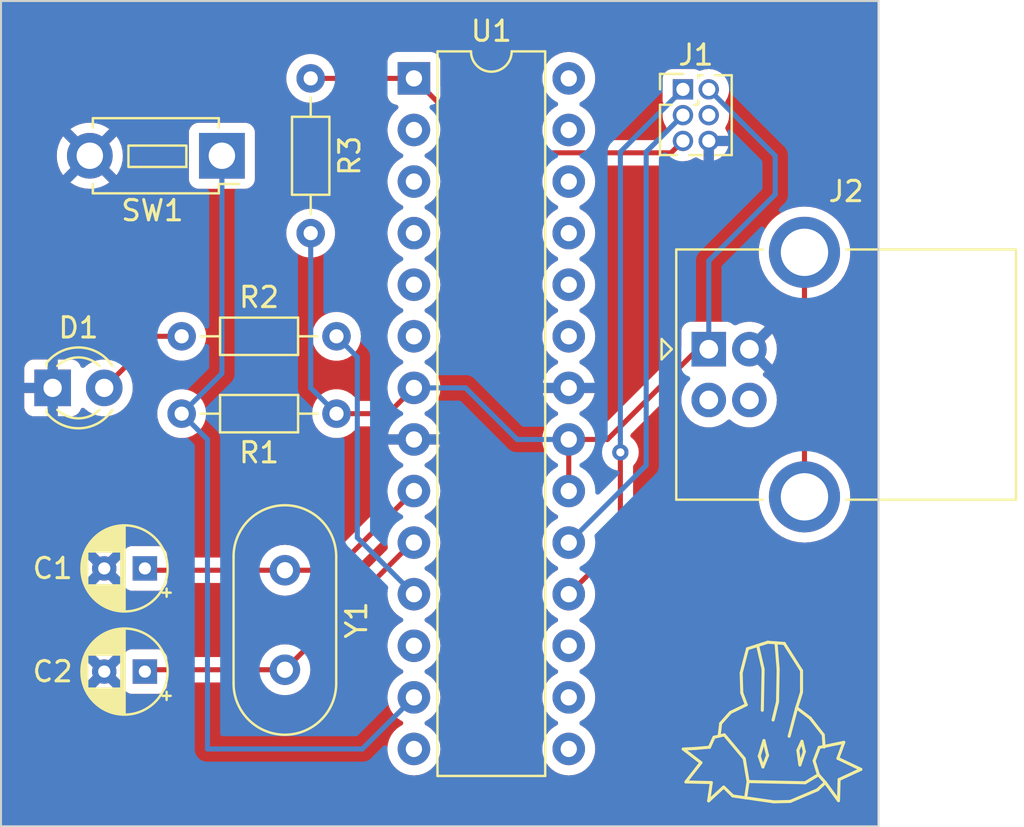
<source format=kicad_pcb>
(kicad_pcb (version 20221018) (generator pcbnew)
  (layers (0 "F.Cu" signal) (31 "B.Cu" signal) (34 "B.Paste" user) (35 "F.Paste" user) (36 "B.SilkS" user "B.Silkscreen") (37 "F.SilkS" user "F.Silkscreen") (38 "B.Mask" user) (39 "F.Mask" user) (44 "Edge.Cuts" user))
  (net 0 "")
  (net 1 "XTAL_1")
  (net 2 "GND")
  (net 3 "XTAL_2")
  (net 4 "Net-(D1-A)")
  (net 5 "PB4_MISO")
  (net 6 "5V")
  (net 7 "PB5_SCK")
  (net 8 "PB3_MOSI")
  (net 9 "PC6_RESET")
  (net 10 "Net-(U1-PD7)")
  (net 11 "Net-(U1-PD5)")
  (net 21 "PB3_MO5I")
  (net 30 "unconnected-(J2-Shield-Pad5)")
  (footprint "Connector_PinHeader_1.27mm:PinHeader_2x03_P1.27mm_Vertical" (layer "F.Cu") (at 189.77 89.44)
    (fp_text reference "J1" (at 0.635 -1.695) (layer "F.SilkS"))
    (fp_text value "AVR-ISP-6" hide)
    (fp_line (start -1.13 -0.76) (end 0 -0.76) (stroke (width 0.12)) (layer "F.SilkS"))
    (fp_line (start -1.13 0) (end -1.13 -0.76) (stroke (width 0.12)) (layer "F.SilkS"))
    (fp_line (start -1.13 0.76) (end -1.13 3.235) (stroke (width 0.12)) (layer "F.SilkS"))
    (fp_line (start -1.13 0.76) (end -0.563471 0.76) (stroke (width 0.12)) (layer "F.SilkS"))
    (fp_line (start -1.13 3.235) (end -0.30753 3.235) (stroke (width 0.12)) (layer "F.SilkS"))
    (fp_line (start 0.30753 3.235) (end 0.96247 3.235) (stroke (width 0.12)) (layer "F.SilkS"))
    (fp_line (start 0.563471 0.76) (end 0.706529 0.76) (stroke (width 0.12)) (layer "F.SilkS"))
    (fp_line (start 0.76 -0.695) (end 0.96247 -0.695) (stroke (width 0.12)) (layer "F.SilkS"))
    (fp_line (start 0.76 -0.563471) (end 0.76 -0.695) (stroke (width 0.12)) (layer "F.SilkS"))
    (fp_line (start 0.76 0.706529) (end 0.76 0.563471) (stroke (width 0.12)) (layer "F.SilkS"))
    (fp_line (start 1.57753 -0.695) (end 2.4 -0.695) (stroke (width 0.12)) (layer "F.SilkS"))
    (fp_line (start 1.57753 3.235) (end 2.4 3.235) (stroke (width 0.12)) (layer "F.SilkS"))
    (fp_line (start 2.4 -0.695) (end 2.4 3.235) (stroke (width 0.12)) (layer "F.SilkS"))
    (pad "1" thru_hole rect (at 0 0) (size 1 1) (drill 0.65) (layers "*.Cu" "*.Mask") (net 5 "PB4_MISO"))
    (pad "2" thru_hole oval (at 1.27 0) (size 1 1) (drill 0.65) (layers "*.Cu" "*.Mask") (net 6 "5V"))
    (pad "3" thru_hole oval (at 0 1.27) (size 1 1) (drill 0.65) (layers "*.Cu" "*.Mask") (net 7 "PB5_SCK"))
    (pad "4" thru_hole oval (at 1.27 1.27) (size 1 1) (drill 0.65) (layers "*.Cu" "*.Mask") (net 8 "PB3_MOSI"))
    (pad "5" thru_hole oval (at 0 2.54) (size 1 1) (drill 0.65) (layers "*.Cu" "*.Mask") (net 9 "PC6_RESET"))
    (pad "6" thru_hole oval (at 1.27 2.54) (size 1 1) (drill 0.65) (layers "*.Cu" "*.Mask") (net 2 "GND"))
  )
  (footprint "Resistor_THT:R_Axial_DIN0204_L3.6mm_D1.6mm_P7.62mm_Horizontal" (layer "F.Cu") (at 165.1 101.6)
    (fp_text reference "R2" (at 3.81 -1.92) (layer "F.SilkS"))
    (fp_text value "330" hide)
    (fp_line (start 0.94 0) (end 1.89 0) (stroke (width 0.12)) (layer "F.SilkS"))
    (fp_line (start 1.89 -0.92) (end 1.89 0.92) (stroke (width 0.12)) (layer "F.SilkS"))
    (fp_line (start 1.89 0.92) (end 5.73 0.92) (stroke (width 0.12)) (layer "F.SilkS"))
    (fp_line (start 5.73 -0.92) (end 1.89 -0.92) (stroke (width 0.12)) (layer "F.SilkS"))
    (fp_line (start 5.73 0.92) (end 5.73 -0.92) (stroke (width 0.12)) (layer "F.SilkS"))
    (fp_line (start 6.68 0) (end 5.73 0) (stroke (width 0.12)) (layer "F.SilkS"))
    (pad "1" thru_hole circle (at 0 0) (size 1.4 1.4) (drill 0.7) (layers "*.Cu" "*.Mask") (net 4 "Net-(D1-A)"))
    (pad "2" thru_hole oval (at 7.62 0) (size 1.4 1.4) (drill 0.7) (layers "*.Cu" "*.Mask") (net 11 "Net-(U1-PD5)"))
  )
  (footprint "Resistor_THT:R_Axial_DIN0204_L3.6mm_D1.6mm_P7.62mm_Horizontal" (layer "F.Cu") (at 172.72 105.41 180)
    (fp_text reference "R1" (at 3.81 -1.92) (layer "F.SilkS"))
    (fp_text value "10k" hide)
    (fp_line (start 0.94 0) (end 1.89 0) (stroke (width 0.12)) (layer "F.SilkS"))
    (fp_line (start 1.89 -0.92) (end 1.89 0.92) (stroke (width 0.12)) (layer "F.SilkS"))
    (fp_line (start 1.89 0.92) (end 5.73 0.92) (stroke (width 0.12)) (layer "F.SilkS"))
    (fp_line (start 5.73 -0.92) (end 1.89 -0.92) (stroke (width 0.12)) (layer "F.SilkS"))
    (fp_line (start 5.73 0.92) (end 5.73 -0.92) (stroke (width 0.12)) (layer "F.SilkS"))
    (fp_line (start 6.68 0) (end 5.73 0) (stroke (width 0.12)) (layer "F.SilkS"))
    (pad "1" thru_hole circle (at 0 0 180) (size 1.4 1.4) (drill 0.7) (layers "*.Cu" "*.Mask") (net 6 "5V"))
    (pad "2" thru_hole oval (at 7.62 0 180) (size 1.4 1.4) (drill 0.7) (layers "*.Cu" "*.Mask") (net 10 "Net-(U1-PD7)"))
  )
  (footprint "Crystal:Crystal_HC18-U_Vertical" (layer "F.Cu") (at 170.18 113.12 -90)
    (fp_text reference "Y1" (at 2.45 -3.525 90) (layer "F.SilkS"))
    (fp_text value "Crystal")
    (fp_line (start -0.675 -2.525) (end 5.575 -2.525) (stroke (width 0.12)) (layer "F.SilkS"))
    (fp_line (start -0.675 2.525) (end 5.575 2.525) (stroke (width 0.12)) (layer "F.SilkS"))
    (fp_arc (start -0.675 2.525) (mid -3.2 0) (end -0.675 -2.525) (stroke (width 0.12)) (layer "F.SilkS"))
    (fp_arc (start 5.575 -2.525) (mid 8.1 0) (end 5.575 2.525) (stroke (width 0.12)) (layer "F.SilkS"))
    (pad "1" thru_hole circle (at 0 0 270) (size 1.5 1.5) (drill 0.8) (layers "*.Cu" "*.Mask") (net 1 "XTAL_1"))
    (pad "2" thru_hole circle (at 4.9 0 270) (size 1.5 1.5) (drill 0.8) (layers "*.Cu" "*.Mask") (net 3 "XTAL_2"))
  )
  (footprint "Package_DIP:DIP-28_W7.62mm" (layer "F.Cu") (at 176.53 88.9)
    (fp_text reference "U1" (at 3.81 -2.33) (layer "F.SilkS"))
    (fp_text value "ATmega328P-P" hide)
    (fp_line (start 1.16 -1.33) (end 1.16 34.35) (stroke (width 0.12)) (layer "F.SilkS"))
    (fp_line (start 1.16 34.35) (end 6.46 34.35) (stroke (width 0.12)) (layer "F.SilkS"))
    (fp_line (start 2.81 -1.33) (end 1.16 -1.33) (stroke (width 0.12)) (layer "F.SilkS"))
    (fp_line (start 6.46 -1.33) (end 4.81 -1.33) (stroke (width 0.12)) (layer "F.SilkS"))
    (fp_line (start 6.46 34.35) (end 6.46 -1.33) (stroke (width 0.12)) (layer "F.SilkS"))
    (fp_arc (start 4.81 -1.33) (mid 3.81 -0.33) (end 2.81 -1.33) (stroke (width 0.12)) (layer "F.SilkS"))
    (pad "1" thru_hole rect (at 0 0) (size 1.6 1.6) (drill 0.8) (layers "*.Cu" "*.Mask") (net 9 "PC6_RESET"))
    (pad "2" thru_hole oval (at 0 2.54) (size 1.6 1.6) (drill 0.8) (layers "*.Cu" "*.Mask"))
    (pad "3" thru_hole oval (at 0 5.08) (size 1.6 1.6) (drill 0.8) (layers "*.Cu" "*.Mask"))
    (pad "4" thru_hole oval (at 0 7.62) (size 1.6 1.6) (drill 0.8) (layers "*.Cu" "*.Mask"))
    (pad "5" thru_hole oval (at 0 10.16) (size 1.6 1.6) (drill 0.8) (layers "*.Cu" "*.Mask"))
    (pad "6" thru_hole oval (at 0 12.7) (size 1.6 1.6) (drill 0.8) (layers "*.Cu" "*.Mask"))
    (pad "7" thru_hole oval (at 0 15.24) (size 1.6 1.6) (drill 0.8) (layers "*.Cu" "*.Mask") (net 6 "5V"))
    (pad "8" thru_hole oval (at 0 17.78) (size 1.6 1.6) (drill 0.8) (layers "*.Cu" "*.Mask") (net 2 "GND"))
    (pad "9" thru_hole oval (at 0 20.32) (size 1.6 1.6) (drill 0.8) (layers "*.Cu" "*.Mask") (net 1 "XTAL_1"))
    (pad "10" thru_hole oval (at 0 22.86) (size 1.6 1.6) (drill 0.8) (layers "*.Cu" "*.Mask") (net 3 "XTAL_2"))
    (pad "11" thru_hole oval (at 0 25.4) (size 1.6 1.6) (drill 0.8) (layers "*.Cu" "*.Mask") (net 11 "Net-(U1-PD5)"))
    (pad "12" thru_hole oval (at 0 27.94) (size 1.6 1.6) (drill 0.8) (layers "*.Cu" "*.Mask"))
    (pad "13" thru_hole oval (at 0 30.48) (size 1.6 1.6) (drill 0.8) (layers "*.Cu" "*.Mask") (net 10 "Net-(U1-PD7)"))
    (pad "14" thru_hole oval (at 0 33.02) (size 1.6 1.6) (drill 0.8) (layers "*.Cu" "*.Mask"))
    (pad "15" thru_hole oval (at 7.62 33.02) (size 1.6 1.6) (drill 0.8) (layers "*.Cu" "*.Mask"))
    (pad "16" thru_hole oval (at 7.62 30.48) (size 1.6 1.6) (drill 0.8) (layers "*.Cu" "*.Mask"))
    (pad "17" thru_hole oval (at 7.62 27.94) (size 1.6 1.6) (drill 0.8) (layers "*.Cu" "*.Mask") (net 21 "PB3_MO5I"))
    (pad "18" thru_hole oval (at 7.62 25.4) (size 1.6 1.6) (drill 0.8) (layers "*.Cu" "*.Mask") (net 5 "PB4_MISO"))
    (pad "19" thru_hole oval (at 7.62 22.86) (size 1.6 1.6) (drill 0.8) (layers "*.Cu" "*.Mask") (net 7 "PB5_SCK"))
    (pad "20" thru_hole oval (at 7.62 20.32) (size 1.6 1.6) (drill 0.8) (layers "*.Cu" "*.Mask") (net 6 "5V"))
    (pad "21" thru_hole oval (at 7.62 17.78) (size 1.6 1.6) (drill 0.8) (layers "*.Cu" "*.Mask") (net 6 "5V"))
    (pad "22" thru_hole oval (at 7.62 15.24) (size 1.6 1.6) (drill 0.8) (layers "*.Cu" "*.Mask") (net 2 "GND"))
    (pad "23" thru_hole oval (at 7.62 12.7) (size 1.6 1.6) (drill 0.8) (layers "*.Cu" "*.Mask"))
    (pad "24" thru_hole oval (at 7.62 10.16) (size 1.6 1.6) (drill 0.8) (layers "*.Cu" "*.Mask"))
    (pad "25" thru_hole oval (at 7.62 7.62) (size 1.6 1.6) (drill 0.8) (layers "*.Cu" "*.Mask"))
    (pad "26" thru_hole oval (at 7.62 5.08) (size 1.6 1.6) (drill 0.8) (layers "*.Cu" "*.Mask"))
    (pad "27" thru_hole oval (at 7.62 2.54) (size 1.6 1.6) (drill 0.8) (layers "*.Cu" "*.Mask"))
    (pad "28" thru_hole oval (at 7.62 0) (size 1.6 1.6) (drill 0.8) (layers "*.Cu" "*.Mask"))
  )
  (footprint "Capacitor_THT:CP_Radial_D4.0mm_P2.00mm" (layer "F.Cu") (at 163.29 118.11 180)
    (fp_text reference "C2" (at 4.54 0) (layer "F.SilkS"))
    (fp_text value "22p" hide)
    (fp_line (start -1.269801 -1.195) (end -0.869801 -1.195) (stroke (width 0.12)) (layer "F.SilkS"))
    (fp_line (start -1.069801 -1.395) (end -1.069801 -0.995) (stroke (width 0.12)) (layer "F.SilkS"))
    (fp_line (start 1 -2.08) (end 1 2.08) (stroke (width 0.12)) (layer "F.SilkS"))
    (fp_line (start 1.04 -2.08) (end 1.04 2.08) (stroke (width 0.12)) (layer "F.SilkS"))
    (fp_line (start 1.08 -2.079) (end 1.08 2.079) (stroke (width 0.12)) (layer "F.SilkS"))
    (fp_line (start 1.12 -2.077) (end 1.12 2.077) (stroke (width 0.12)) (layer "F.SilkS"))
    (fp_line (start 1.16 -2.074) (end 1.16 2.074) (stroke (width 0.12)) (layer "F.SilkS"))
    (fp_line (start 1.2 -2.071) (end 1.2 -0.84) (stroke (width 0.12)) (layer "F.SilkS"))
    (fp_line (start 1.2 0.84) (end 1.2 2.071) (stroke (width 0.12)) (layer "F.SilkS"))
    (fp_line (start 1.24 -2.067) (end 1.24 -0.84) (stroke (width 0.12)) (layer "F.SilkS"))
    (fp_line (start 1.24 0.84) (end 1.24 2.067) (stroke (width 0.12)) (layer "F.SilkS"))
    (fp_line (start 1.28 -2.062) (end 1.28 -0.84) (stroke (width 0.12)) (layer "F.SilkS"))
    (fp_line (start 1.28 0.84) (end 1.28 2.062) (stroke (width 0.12)) (layer "F.SilkS"))
    (fp_line (start 1.32 -2.056) (end 1.32 -0.84) (stroke (width 0.12)) (layer "F.SilkS"))
    (fp_line (start 1.32 0.84) (end 1.32 2.056) (stroke (width 0.12)) (layer "F.SilkS"))
    (fp_line (start 1.36 -2.05) (end 1.36 -0.84) (stroke (width 0.12)) (layer "F.SilkS"))
    (fp_line (start 1.36 0.84) (end 1.36 2.05) (stroke (width 0.12)) (layer "F.SilkS"))
    (fp_line (start 1.4 -2.042) (end 1.4 -0.84) (stroke (width 0.12)) (layer "F.SilkS"))
    (fp_line (start 1.4 0.84) (end 1.4 2.042) (stroke (width 0.12)) (layer "F.SilkS"))
    (fp_line (start 1.44 -2.034) (end 1.44 -0.84) (stroke (width 0.12)) (layer "F.SilkS"))
    (fp_line (start 1.44 0.84) (end 1.44 2.034) (stroke (width 0.12)) (layer "F.SilkS"))
    (fp_line (start 1.48 -2.025) (end 1.48 -0.84) (stroke (width 0.12)) (layer "F.SilkS"))
    (fp_line (start 1.48 0.84) (end 1.48 2.025) (stroke (width 0.12)) (layer "F.SilkS"))
    (fp_line (start 1.52 -2.016) (end 1.52 -0.84) (stroke (width 0.12)) (layer "F.SilkS"))
    (fp_line (start 1.52 0.84) (end 1.52 2.016) (stroke (width 0.12)) (layer "F.SilkS"))
    (fp_line (start 1.56 -2.005) (end 1.56 -0.84) (stroke (width 0.12)) (layer "F.SilkS"))
    (fp_line (start 1.56 0.84) (end 1.56 2.005) (stroke (width 0.12)) (layer "F.SilkS"))
    (fp_line (start 1.6 -1.994) (end 1.6 -0.84) (stroke (width 0.12)) (layer "F.SilkS"))
    (fp_line (start 1.6 0.84) (end 1.6 1.994) (stroke (width 0.12)) (layer "F.SilkS"))
    (fp_line (start 1.64 -1.982) (end 1.64 -0.84) (stroke (width 0.12)) (layer "F.SilkS"))
    (fp_line (start 1.64 0.84) (end 1.64 1.982) (stroke (width 0.12)) (layer "F.SilkS"))
    (fp_line (start 1.68 -1.968) (end 1.68 -0.84) (stroke (width 0.12)) (layer "F.SilkS"))
    (fp_line (start 1.68 0.84) (end 1.68 1.968) (stroke (width 0.12)) (layer "F.SilkS"))
    (fp_line (start 1.721 -1.954) (end 1.721 -0.84) (stroke (width 0.12)) (layer "F.SilkS"))
    (fp_line (start 1.721 0.84) (end 1.721 1.954) (stroke (width 0.12)) (layer "F.SilkS"))
    (fp_line (start 1.761 -1.94) (end 1.761 -0.84) (stroke (width 0.12)) (layer "F.SilkS"))
    (fp_line (start 1.761 0.84) (end 1.761 1.94) (stroke (width 0.12)) (layer "F.SilkS"))
    (fp_line (start 1.801 -1.924) (end 1.801 -0.84) (stroke (width 0.12)) (layer "F.SilkS"))
    (fp_line (start 1.801 0.84) (end 1.801 1.924) (stroke (width 0.12)) (layer "F.SilkS"))
    (fp_line (start 1.841 -1.907) (end 1.841 -0.84) (stroke (width 0.12)) (layer "F.SilkS"))
    (fp_line (start 1.841 0.84) (end 1.841 1.907) (stroke (width 0.12)) (layer "F.SilkS"))
    (fp_line (start 1.881 -1.889) (end 1.881 -0.84) (stroke (width 0.12)) (layer "F.SilkS"))
    (fp_line (start 1.881 0.84) (end 1.881 1.889) (stroke (width 0.12)) (layer "F.SilkS"))
    (fp_line (start 1.921 -1.87) (end 1.921 -0.84) (stroke (width 0.12)) (layer "F.SilkS"))
    (fp_line (start 1.921 0.84) (end 1.921 1.87) (stroke (width 0.12)) (layer "F.SilkS"))
    (fp_line (start 1.961 -1.851) (end 1.961 -0.84) (stroke (width 0.12)) (layer "F.SilkS"))
    (fp_line (start 1.961 0.84) (end 1.961 1.851) (stroke (width 0.12)) (layer "F.SilkS"))
    (fp_line (start 2.001 -1.83) (end 2.001 -0.84) (stroke (width 0.12)) (layer "F.SilkS"))
    (fp_line (start 2.001 0.84) (end 2.001 1.83) (stroke (width 0.12)) (layer "F.SilkS"))
    (fp_line (start 2.041 -1.808) (end 2.041 -0.84) (stroke (width 0.12)) (layer "F.SilkS"))
    (fp_line (start 2.041 0.84) (end 2.041 1.808) (stroke (width 0.12)) (layer "F.SilkS"))
    (fp_line (start 2.081 -1.785) (end 2.081 -0.84) (stroke (width 0.12)) (layer "F.SilkS"))
    (fp_line (start 2.081 0.84) (end 2.081 1.785) (stroke (width 0.12)) (layer "F.SilkS"))
    (fp_line (start 2.121 -1.76) (end 2.121 -0.84) (stroke (width 0.12)) (layer "F.SilkS"))
    (fp_line (start 2.121 0.84) (end 2.121 1.76) (stroke (width 0.12)) (layer "F.SilkS"))
    (fp_line (start 2.161 -1.735) (end 2.161 -0.84) (stroke (width 0.12)) (layer "F.SilkS"))
    (fp_line (start 2.161 0.84) (end 2.161 1.735) (stroke (width 0.12)) (layer "F.SilkS"))
    (fp_line (start 2.201 -1.708) (end 2.201 -0.84) (stroke (width 0.12)) (layer "F.SilkS"))
    (fp_line (start 2.201 0.84) (end 2.201 1.708) (stroke (width 0.12)) (layer "F.SilkS"))
    (fp_line (start 2.241 -1.68) (end 2.241 -0.84) (stroke (width 0.12)) (layer "F.SilkS"))
    (fp_line (start 2.241 0.84) (end 2.241 1.68) (stroke (width 0.12)) (layer "F.SilkS"))
    (fp_line (start 2.281 -1.65) (end 2.281 -0.84) (stroke (width 0.12)) (layer "F.SilkS"))
    (fp_line (start 2.281 0.84) (end 2.281 1.65) (stroke (width 0.12)) (layer "F.SilkS"))
    (fp_line (start 2.321 -1.619) (end 2.321 -0.84) (stroke (width 0.12)) (layer "F.SilkS"))
    (fp_line (start 2.321 0.84) (end 2.321 1.619) (stroke (width 0.12)) (layer "F.SilkS"))
    (fp_line (start 2.361 -1.587) (end 2.361 -0.84) (stroke (width 0.12)) (layer "F.SilkS"))
    (fp_line (start 2.361 0.84) (end 2.361 1.587) (stroke (width 0.12)) (layer "F.SilkS"))
    (fp_line (start 2.401 -1.552) (end 2.401 -0.84) (stroke (width 0.12)) (layer "F.SilkS"))
    (fp_line (start 2.401 0.84) (end 2.401 1.552) (stroke (width 0.12)) (layer "F.SilkS"))
    (fp_line (start 2.441 -1.516) (end 2.441 -0.84) (stroke (width 0.12)) (layer "F.SilkS"))
    (fp_line (start 2.441 0.84) (end 2.441 1.516) (stroke (width 0.12)) (layer "F.SilkS"))
    (fp_line (start 2.481 -1.478) (end 2.481 -0.84) (stroke (width 0.12)) (layer "F.SilkS"))
    (fp_line (start 2.481 0.84) (end 2.481 1.478) (stroke (width 0.12)) (layer "F.SilkS"))
    (fp_line (start 2.521 -1.438) (end 2.521 -0.84) (stroke (width 0.12)) (layer "F.SilkS"))
    (fp_line (start 2.521 0.84) (end 2.521 1.438) (stroke (width 0.12)) (layer "F.SilkS"))
    (fp_line (start 2.561 -1.396) (end 2.561 -0.84) (stroke (width 0.12)) (layer "F.SilkS"))
    (fp_line (start 2.561 0.84) (end 2.561 1.396) (stroke (width 0.12)) (layer "F.SilkS"))
    (fp_line (start 2.601 -1.351) (end 2.601 -0.84) (stroke (width 0.12)) (layer "F.SilkS"))
    (fp_line (start 2.601 0.84) (end 2.601 1.351) (stroke (width 0.12)) (layer "F.SilkS"))
    (fp_line (start 2.641 -1.304) (end 2.641 -0.84) (stroke (width 0.12)) (layer "F.SilkS"))
    (fp_line (start 2.641 0.84) (end 2.641 1.304) (stroke (width 0.12)) (layer "F.SilkS"))
    (fp_line (start 2.681 -1.254) (end 2.681 -0.84) (stroke (width 0.12)) (layer "F.SilkS"))
    (fp_line (start 2.681 0.84) (end 2.681 1.254) (stroke (width 0.12)) (layer "F.SilkS"))
    (fp_line (start 2.721 -1.2) (end 2.721 -0.84) (stroke (width 0.12)) (layer "F.SilkS"))
    (fp_line (start 2.721 0.84) (end 2.721 1.2) (stroke (width 0.12)) (layer "F.SilkS"))
    (fp_line (start 2.761 -1.142) (end 2.761 -0.84) (stroke (width 0.12)) (layer "F.SilkS"))
    (fp_line (start 2.761 0.84) (end 2.761 1.142) (stroke (width 0.12)) (layer "F.SilkS"))
    (fp_line (start 2.801 -1.08) (end 2.801 -0.84) (stroke (width 0.12)) (layer "F.SilkS"))
    (fp_line (start 2.801 0.84) (end 2.801 1.08) (stroke (width 0.12)) (layer "F.SilkS"))
    (fp_line (start 2.841 -1.013) (end 2.841 1.013) (stroke (width 0.12)) (layer "F.SilkS"))
    (fp_line (start 2.881 -0.94) (end 2.881 0.94) (stroke (width 0.12)) (layer "F.SilkS"))
    (fp_line (start 2.921 -0.859) (end 2.921 0.859) (stroke (width 0.12)) (layer "F.SilkS"))
    (fp_line (start 2.961 -0.768) (end 2.961 0.768) (stroke (width 0.12)) (layer "F.SilkS"))
    (fp_line (start 3.001 -0.664) (end 3.001 0.664) (stroke (width 0.12)) (layer "F.SilkS"))
    (fp_line (start 3.041 -0.537) (end 3.041 0.537) (stroke (width 0.12)) (layer "F.SilkS"))
    (fp_line (start 3.081 -0.37) (end 3.081 0.37) (stroke (width 0.12)) (layer "F.SilkS"))
    (fp_circle (center 1 0) (end 3.12 0) (stroke (width 0.12)) (fill none) (layer "F.SilkS"))
    (pad "1" thru_hole rect (at 0 0 180) (size 1.2 1.2) (drill 0.6) (layers "*.Cu" "*.Mask") (net 3 "XTAL_2"))
    (pad "2" thru_hole circle (at 2 0 180) (size 1.2 1.2) (drill 0.6) (layers "*.Cu" "*.Mask") (net 2 "GND"))
  )
  (footprint "Button_Switch_THT:SW_PUSH_1P1T_6x3.5mm_H4.3_APEM_MJTP1243" (layer "F.Cu") (at 167.08 92.71 180)
    (fp_text reference "SW1" (at 3.42 -2.7) (layer "F.SilkS"))
    (fp_text value "SW_Push")
    (fp_line (start 0.15 -1.85) (end 0.15 -1.39) (stroke (width 0.12)) (layer "F.SilkS"))
    (fp_line (start 0.15 -1.39) (end -0.85 -1.39) (stroke (width 0.12)) (layer "F.SilkS"))
    (fp_line (start 0.15 1.39) (end 0.15 1.85) (stroke (width 0.12)) (layer "F.SilkS"))
    (fp_line (start 0.15 1.85) (end 6.35 1.85) (stroke (width 0.12)) (layer "F.SilkS"))
    (fp_line (start 6.35 -1.85) (end 0.15 -1.85) (stroke (width 0.12)) (layer "F.SilkS"))
    (fp_line (start 6.35 -1.85) (end 6.35 -1.39) (stroke (width 0.12)) (layer "F.SilkS"))
    (fp_line (start 6.35 1.39) (end 6.35 1.85) (stroke (width 0.12)) (layer "F.SilkS"))
    (fp_rect (start 1.75 -0.55) (end 4.6 0.5) (stroke (width 0.12)) (fill none) (layer "F.SilkS"))
    (pad "1" thru_hole rect (at 0 0 270) (size 2.25 2.25) (drill 1.3) (layers "*.Cu" "*.Mask") (net 10 "Net-(U1-PD7)"))
    (pad "2" thru_hole circle (at 6.5 0 270) (size 2.25 2.25) (drill 1.3) (layers "*.Cu" "*.Mask") (net 2 "GND"))
  )
  (footprint "Connector_USB:USB_B_OST_USB-B1HSxx_Horizontal" (layer "F.Cu") (at 191.04 102.235)
    (fp_text reference "J2" (at 6.76 -7.77) (layer "F.SilkS"))
    (fp_text value "USB_B")
    (fp_line (start -2.32 -0.5) (end -2.32 0.5) (stroke (width 0.12)) (layer "F.SilkS"))
    (fp_line (start -2.32 0.5) (end -1.82 0) (stroke (width 0.12)) (layer "F.SilkS"))
    (fp_line (start -1.82 0) (end -2.32 -0.5) (stroke (width 0.12)) (layer "F.SilkS"))
    (fp_line (start -1.6 -4.91) (end -1.6 7.41) (stroke (width 0.12)) (layer "F.SilkS"))
    (fp_line (start -1.6 7.41) (end 2.66 7.41) (stroke (width 0.12)) (layer "F.SilkS"))
    (fp_line (start 2.66 -4.91) (end -1.6 -4.91) (stroke (width 0.12)) (layer "F.SilkS"))
    (fp_line (start 6.76 -4.91) (end 15.12 -4.91) (stroke (width 0.12)) (layer "F.SilkS"))
    (fp_line (start 15.12 -4.91) (end 15.12 7.41) (stroke (width 0.12)) (layer "F.SilkS"))
    (fp_line (start 15.12 7.41) (end 6.76 7.41) (stroke (width 0.12)) (layer "F.SilkS"))
    (pad "1" thru_hole rect (at 0 0) (size 1.7 1.7) (drill 0.92) (layers "*.Cu" "*.Mask") (net 6 "5V"))
    (pad "2" thru_hole circle (at 0 2.5) (size 1.7 1.7) (drill 0.92) (layers "*.Cu" "*.Mask"))
    (pad "3" thru_hole circle (at 2 2.5) (size 1.7 1.7) (drill 0.92) (layers "*.Cu" "*.Mask"))
    (pad "4" thru_hole circle (at 2 0) (size 1.7 1.7) (drill 0.92) (layers "*.Cu" "*.Mask") (net 2 "GND"))
    (pad "5" thru_hole circle (at 4.71 -4.77) (size 3.5 3.5) (drill 2.33) (layers "*.Cu" "*.Mask") (net 30 "unconnected-(J2-Shield-Pad5)"))
    (pad "5" thru_hole circle (at 4.71 7.27) (size 3.5 3.5) (drill 2.33) (layers "*.Cu" "*.Mask") (net 30 "unconnected-(J2-Shield-Pad5)"))
  )
  (footprint "Resistor_THT:R_Axial_DIN0204_L3.6mm_D1.6mm_P7.62mm_Horizontal" (layer "F.Cu") (at 171.45 88.9 -90)
    (fp_text reference "R3" (at 3.81 -1.92 90) (layer "F.SilkS"))
    (fp_text value "10k")
    (fp_line (start 0.94 0) (end 1.89 0) (stroke (width 0.12)) (layer "F.SilkS"))
    (fp_line (start 1.89 -0.92) (end 1.89 0.92) (stroke (width 0.12)) (layer "F.SilkS"))
    (fp_line (start 1.89 0.92) (end 5.73 0.92) (stroke (width 0.12)) (layer "F.SilkS"))
    (fp_line (start 5.73 -0.92) (end 1.89 -0.92) (stroke (width 0.12)) (layer "F.SilkS"))
    (fp_line (start 5.73 0.92) (end 5.73 -0.92) (stroke (width 0.12)) (layer "F.SilkS"))
    (fp_line (start 6.68 0) (end 5.73 0) (stroke (width 0.12)) (layer "F.SilkS"))
    (pad "1" thru_hole circle (at 0 0 270) (size 1.4 1.4) (drill 0.7) (layers "*.Cu" "*.Mask") (net 9 "PC6_RESET"))
    (pad "2" thru_hole oval (at 7.62 0 270) (size 1.4 1.4) (drill 0.7) (layers "*.Cu" "*.Mask") (net 6 "5V"))
  )
  (footprint "LED_THT:LED_D3.0mm" (layer "F.Cu") (at 158.75 104.14)
    (fp_text reference "D1" (at 1.27 -2.96) (layer "F.SilkS"))
    (fp_text value "LED")
    (fp_line (start -0.29 -1.236) (end -0.29 -1.08) (stroke (width 0.12)) (layer "F.SilkS"))
    (fp_line (start -0.29 1.08) (end -0.29 1.236) (stroke (width 0.12)) (layer "F.SilkS"))
    (fp_arc (start -0.29 -1.235516) (mid 1.366487 -1.987659) (end 2.942335 -1.078608) (stroke (width 0.12)) (layer "F.SilkS"))
    (fp_arc (start 0.229039 -1.08) (mid 1.270117 -1.5) (end 2.31113 -1.079837) (stroke (width 0.12)) (layer "F.SilkS"))
    (fp_arc (start 2.31113 1.079837) (mid 1.270117 1.5) (end 0.229039 1.08) (stroke (width 0.12)) (layer "F.SilkS"))
    (fp_arc (start 2.942335 1.078608) (mid 1.366487 1.987659) (end -0.29 1.235516) (stroke (width 0.12)) (layer "F.SilkS"))
    (pad "1" thru_hole rect (at 0 0) (size 1.8 1.8) (drill 0.9) (layers "*.Cu" "*.Mask") (net 2 "GND"))
    (pad "2" thru_hole circle (at 2.54 0) (size 1.8 1.8) (drill 0.9) (layers "*.Cu" "*.Mask") (net 4 "Net-(D1-A)"))
  )
  (footprint "Capacitor_THT:CP_Radial_D4.0mm_P2.00mm" (layer "F.Cu") (at 163.29 113.03 180)
    (fp_text reference "C1" (at 4.54 0) (layer "F.SilkS"))
    (fp_text value "22p" hide)
    (fp_line (start -1.269801 -1.195) (end -0.869801 -1.195) (stroke (width 0.12)) (layer "F.SilkS"))
    (fp_line (start -1.069801 -1.395) (end -1.069801 -0.995) (stroke (width 0.12)) (layer "F.SilkS"))
    (fp_line (start 1 -2.08) (end 1 2.08) (stroke (width 0.12)) (layer "F.SilkS"))
    (fp_line (start 1.04 -2.08) (end 1.04 2.08) (stroke (width 0.12)) (layer "F.SilkS"))
    (fp_line (start 1.08 -2.079) (end 1.08 2.079) (stroke (width 0.12)) (layer "F.SilkS"))
    (fp_line (start 1.12 -2.077) (end 1.12 2.077) (stroke (width 0.12)) (layer "F.SilkS"))
    (fp_line (start 1.16 -2.074) (end 1.16 2.074) (stroke (width 0.12)) (layer "F.SilkS"))
    (fp_line (start 1.2 -2.071) (end 1.2 -0.84) (stroke (width 0.12)) (layer "F.SilkS"))
    (fp_line (start 1.2 0.84) (end 1.2 2.071) (stroke (width 0.12)) (layer "F.SilkS"))
    (fp_line (start 1.24 -2.067) (end 1.24 -0.84) (stroke (width 0.12)) (layer "F.SilkS"))
    (fp_line (start 1.24 0.84) (end 1.24 2.067) (stroke (width 0.12)) (layer "F.SilkS"))
    (fp_line (start 1.28 -2.062) (end 1.28 -0.84) (stroke (width 0.12)) (layer "F.SilkS"))
    (fp_line (start 1.28 0.84) (end 1.28 2.062) (stroke (width 0.12)) (layer "F.SilkS"))
    (fp_line (start 1.32 -2.056) (end 1.32 -0.84) (stroke (width 0.12)) (layer "F.SilkS"))
    (fp_line (start 1.32 0.84) (end 1.32 2.056) (stroke (width 0.12)) (layer "F.SilkS"))
    (fp_line (start 1.36 -2.05) (end 1.36 -0.84) (stroke (width 0.12)) (layer "F.SilkS"))
    (fp_line (start 1.36 0.84) (end 1.36 2.05) (stroke (width 0.12)) (layer "F.SilkS"))
    (fp_line (start 1.4 -2.042) (end 1.4 -0.84) (stroke (width 0.12)) (layer "F.SilkS"))
    (fp_line (start 1.4 0.84) (end 1.4 2.042) (stroke (width 0.12)) (layer "F.SilkS"))
    (fp_line (start 1.44 -2.034) (end 1.44 -0.84) (stroke (width 0.12)) (layer "F.SilkS"))
    (fp_line (start 1.44 0.84) (end 1.44 2.034) (stroke (width 0.12)) (layer "F.SilkS"))
    (fp_line (start 1.48 -2.025) (end 1.48 -0.84) (stroke (width 0.12)) (layer "F.SilkS"))
    (fp_line (start 1.48 0.84) (end 1.48 2.025) (stroke (width 0.12)) (layer "F.SilkS"))
    (fp_line (start 1.52 -2.016) (end 1.52 -0.84) (stroke (width 0.12)) (layer "F.SilkS"))
    (fp_line (start 1.52 0.84) (end 1.52 2.016) (stroke (width 0.12)) (layer "F.SilkS"))
    (fp_line (start 1.56 -2.005) (end 1.56 -0.84) (stroke (width 0.12)) (layer "F.SilkS"))
    (fp_line (start 1.56 0.84) (end 1.56 2.005) (stroke (width 0.12)) (layer "F.SilkS"))
    (fp_line (start 1.6 -1.994) (end 1.6 -0.84) (stroke (width 0.12)) (layer "F.SilkS"))
    (fp_line (start 1.6 0.84) (end 1.6 1.994) (stroke (width 0.12)) (layer "F.SilkS"))
    (fp_line (start 1.64 -1.982) (end 1.64 -0.84) (stroke (width 0.12)) (layer "F.SilkS"))
    (fp_line (start 1.64 0.84) (end 1.64 1.982) (stroke (width 0.12)) (layer "F.SilkS"))
    (fp_line (start 1.68 -1.968) (end 1.68 -0.84) (stroke (width 0.12)) (layer "F.SilkS"))
    (fp_line (start 1.68 0.84) (end 1.68 1.968) (stroke (width 0.12)) (layer "F.SilkS"))
    (fp_line (start 1.721 -1.954) (end 1.721 -0.84) (stroke (width 0.12)) (layer "F.SilkS"))
    (fp_line (start 1.721 0.84) (end 1.721 1.954) (stroke (width 0.12)) (layer "F.SilkS"))
    (fp_line (start 1.761 -1.94) (end 1.761 -0.84) (stroke (width 0.12)) (layer "F.SilkS"))
    (fp_line (start 1.761 0.84) (end 1.761 1.94) (stroke (width 0.12)) (layer "F.SilkS"))
    (fp_line (start 1.801 -1.924) (end 1.801 -0.84) (stroke (width 0.12)) (layer "F.SilkS"))
    (fp_line (start 1.801 0.84) (end 1.801 1.924) (stroke (width 0.12)) (layer "F.SilkS"))
    (fp_line (start 1.841 -1.907) (end 1.841 -0.84) (stroke (width 0.12)) (layer "F.SilkS"))
    (fp_line (start 1.841 0.84) (end 1.841 1.907) (stroke (width 0.12)) (layer "F.SilkS"))
    (fp_line (start 1.881 -1.889) (end 1.881 -0.84) (stroke (width 0.12)) (layer "F.SilkS"))
    (fp_line (start 1.881 0.84) (end 1.881 1.889) (stroke (width 0.12)) (layer "F.SilkS"))
    (fp_line (start 1.921 -1.87) (end 1.921 -0.84) (stroke (width 0.12)) (layer "F.SilkS"))
    (fp_line (start 1.921 0.84) (end 1.921 1.87) (stroke (width 0.12)) (layer "F.SilkS"))
    (fp_line (start 1.961 -1.851) (end 1.961 -0.84) (stroke (width 0.12)) (layer "F.SilkS"))
    (fp_line (start 1.961 0.84) (end 1.961 1.851) (stroke (width 0.12)) (layer "F.SilkS"))
    (fp_line (start 2.001 -1.83) (end 2.001 -0.84) (stroke (width 0.12)) (layer "F.SilkS"))
    (fp_line (start 2.001 0.84) (end 2.001 1.83) (stroke (width 0.12)) (layer "F.SilkS"))
    (fp_line (start 2.041 -1.808) (end 2.041 -0.84) (stroke (width 0.12)) (layer "F.SilkS"))
    (fp_line (start 2.041 0.84) (end 2.041 1.808) (stroke (width 0.12)) (layer "F.SilkS"))
    (fp_line (start 2.081 -1.785) (end 2.081 -0.84) (stroke (width 0.12)) (layer "F.SilkS"))
    (fp_line (start 2.081 0.84) (end 2.081 1.785) (stroke (width 0.12)) (layer "F.SilkS"))
    (fp_line (start 2.121 -1.76) (end 2.121 -0.84) (stroke (width 0.12)) (layer "F.SilkS"))
    (fp_line (start 2.121 0.84) (end 2.121 1.76) (stroke (width 0.12)) (layer "F.SilkS"))
    (fp_line (start 2.161 -1.735) (end 2.161 -0.84) (stroke (width 0.12)) (layer "F.SilkS"))
    (fp_line (start 2.161 0.84) (end 2.161 1.735) (stroke (width 0.12)) (layer "F.SilkS"))
    (fp_line (start 2.201 -1.708) (end 2.201 -0.84) (stroke (width 0.12)) (layer "F.SilkS"))
    (fp_line (start 2.201 0.84) (end 2.201 1.708) (stroke (width 0.12)) (layer "F.SilkS"))
    (fp_line (start 2.241 -1.68) (end 2.241 -0.84) (stroke (width 0.12)) (layer "F.SilkS"))
    (fp_line (start 2.241 0.84) (end 2.241 1.68) (stroke (width 0.12)) (layer "F.SilkS"))
    (fp_line (start 2.281 -1.65) (end 2.281 -0.84) (stroke (width 0.12)) (layer "F.SilkS"))
    (fp_line (start 2.281 0.84) (end 2.281 1.65) (stroke (width 0.12)) (layer "F.SilkS"))
    (fp_line (start 2.321 -1.619) (end 2.321 -0.84) (stroke (width 0.12)) (layer "F.SilkS"))
    (fp_line (start 2.321 0.84) (end 2.321 1.619) (stroke (width 0.12)) (layer "F.SilkS"))
    (fp_line (start 2.361 -1.587) (end 2.361 -0.84) (stroke (width 0.12)) (layer "F.SilkS"))
    (fp_line (start 2.361 0.84) (end 2.361 1.587) (stroke (width 0.12)) (layer "F.SilkS"))
    (fp_line (start 2.401 -1.552) (end 2.401 -0.84) (stroke (width 0.12)) (layer "F.SilkS"))
    (fp_line (start 2.401 0.84) (end 2.401 1.552) (stroke (width 0.12)) (layer "F.SilkS"))
    (fp_line (start 2.441 -1.516) (end 2.441 -0.84) (stroke (width 0.12)) (layer "F.SilkS"))
    (fp_line (start 2.441 0.84) (end 2.441 1.516) (stroke (width 0.12)) (layer "F.SilkS"))
    (fp_line (start 2.481 -1.478) (end 2.481 -0.84) (stroke (width 0.12)) (layer "F.SilkS"))
    (fp_line (start 2.481 0.84) (end 2.481 1.478) (stroke (width 0.12)) (layer "F.SilkS"))
    (fp_line (start 2.521 -1.438) (end 2.521 -0.84) (stroke (width 0.12)) (layer "F.SilkS"))
    (fp_line (start 2.521 0.84) (end 2.521 1.438) (stroke (width 0.12)) (layer "F.SilkS"))
    (fp_line (start 2.561 -1.396) (end 2.561 -0.84) (stroke (width 0.12)) (layer "F.SilkS"))
    (fp_line (start 2.561 0.84) (end 2.561 1.396) (stroke (width 0.12)) (layer "F.SilkS"))
    (fp_line (start 2.601 -1.351) (end 2.601 -0.84) (stroke (width 0.12)) (layer "F.SilkS"))
    (fp_line (start 2.601 0.84) (end 2.601 1.351) (stroke (width 0.12)) (layer "F.SilkS"))
    (fp_line (start 2.641 -1.304) (end 2.641 -0.84) (stroke (width 0.12)) (layer "F.SilkS"))
    (fp_line (start 2.641 0.84) (end 2.641 1.304) (stroke (width 0.12)) (layer "F.SilkS"))
    (fp_line (start 2.681 -1.254) (end 2.681 -0.84) (stroke (width 0.12)) (layer "F.SilkS"))
    (fp_line (start 2.681 0.84) (end 2.681 1.254) (stroke (width 0.12)) (layer "F.SilkS"))
    (fp_line (start 2.721 -1.2) (end 2.721 -0.84) (stroke (width 0.12)) (layer "F.SilkS"))
    (fp_line (start 2.721 0.84) (end 2.721 1.2) (stroke (width 0.12)) (layer "F.SilkS"))
    (fp_line (start 2.761 -1.142) (end 2.761 -0.84) (stroke (width 0.12)) (layer "F.SilkS"))
    (fp_line (start 2.761 0.84) (end 2.761 1.142) (stroke (width 0.12)) (layer "F.SilkS"))
    (fp_line (start 2.801 -1.08) (end 2.801 -0.84) (stroke (width 0.12)) (layer "F.SilkS"))
    (fp_line (start 2.801 0.84) (end 2.801 1.08) (stroke (width 0.12)) (layer "F.SilkS"))
    (fp_line (start 2.841 -1.013) (end 2.841 1.013) (stroke (width 0.12)) (layer "F.SilkS"))
    (fp_line (start 2.881 -0.94) (end 2.881 0.94) (stroke (width 0.12)) (layer "F.SilkS"))
    (fp_line (start 2.921 -0.859) (end 2.921 0.859) (stroke (width 0.12)) (layer "F.SilkS"))
    (fp_line (start 2.961 -0.768) (end 2.961 0.768) (stroke (width 0.12)) (layer "F.SilkS"))
    (fp_line (start 3.001 -0.664) (end 3.001 0.664) (stroke (width 0.12)) (layer "F.SilkS"))
    (fp_line (start 3.041 -0.537) (end 3.041 0.537) (stroke (width 0.12)) (layer "F.SilkS"))
    (fp_line (start 3.081 -0.37) (end 3.081 0.37) (stroke (width 0.12)) (layer "F.SilkS"))
    (fp_circle (center 1 0) (end 3.12 0) (stroke (width 0.12)) (fill none) (layer "F.SilkS"))
    (pad "1" thru_hole rect (at 0 0 180) (size 1.2 1.2) (drill 0.6) (layers "*.Cu" "*.Mask") (net 1 "XTAL_1"))
    (pad "2" thru_hole circle (at 2 0 180) (size 1.2 1.2) (drill 0.6) (layers "*.Cu" "*.Mask") (net 2 "GND"))
  )
  (gr_line (start 195.625 121.545) (end 195.425 121.985) (stroke (width 0.15)) (layer "F.SilkS"))
  (gr_line (start 194.455 117.995) (end 194.35 116.695) (stroke (width 0.15)) (layer "F.SilkS"))
  (gr_line (start 197.685 121.595) (end 196.475 121.845) (stroke (width 0.15)) (layer "F.SilkS"))
  (gr_line (start 195.525 122.705) (end 195.745 122.055) (stroke (width 0.15)) (layer "F.SilkS"))
  (gr_line (start 191.075 121.835) (end 190.385 121.895) (stroke (width 0.15)) (layer "F.SilkS"))
  (gr_line (start 192.945 116.985) (end 193.945 116.665) (stroke (width 0.15)) (layer "F.SilkS"))
  (gr_line (start 190.385 121.895) (end 189.785 121.925) (stroke (width 0.15)) (layer "F.SilkS"))
  (gr_line (start 192.945 116.985) (end 192.635 118.175) (stroke (width 0.15)) (layer "F.SilkS"))
  (gr_line (start 193.755 121.505) (end 193.525 122.275) (stroke (width 0.15)) (layer "F.SilkS"))
  (gr_line (start 196.775 123.575) (end 197.425 124.465) (stroke (width 0.15)) (layer "F.SilkS"))
  (gr_line (start 191.295 121.345) (end 191.075 121.835) (stroke (width 0.15)) (layer "F.SilkS"))
  (gr_line (start 196.475 121.845) (end 196.225 122.505) (stroke (width 0.15)) (layer "F.SilkS"))
  (gr_line (start 192.635 118.175) (end 192.665 119.155) (stroke (width 0.15)) (layer "F.SilkS"))
  (gr_line (start 195.365 119.895) (end 194.995 121.295) (stroke (width 0.15)) (layer "F.SilkS"))
  (gr_line (start 196.435 123.19) (end 195.785 123.585) (stroke (width 0.15)) (layer "F.SilkS"))
  (gr_line (start 195.605 119.125) (end 195.365 119.895) (stroke (width 0.15)) (layer "F.SilkS"))
  (gr_line (start 195.785 123.585) (end 192.975 123.525) (stroke (width 0.15)) (layer "F.SilkS"))
  (gr_line (start 190.655 122.595) (end 189.915 123.545) (stroke (width 0.15)) (layer "F.SilkS"))
  (gr_line (start 195.605 118.065) (end 195.605 119.125) (stroke (width 0.15)) (layer "F.SilkS"))
  (gr_line (start 195.425 121.985) (end 195.525 122.705) (stroke (width 0.15)) (layer "F.SilkS"))
  (gr_line (start 196.385 123.935) (end 195.045 124.505) (stroke (width 0.15)) (layer "F.SilkS"))
  (gr_line (start 192.665 119.155) (end 192.885 119.745) (stroke (width 0.15)) (layer "F.SilkS"))
  (gr_line (start 189.915 123.545) (end 191.165 123.575) (stroke (width 0.15)) (layer "F.SilkS"))
  (gr_line (start 194.755 116.725) (end 195.605 118.065) (stroke (width 0.15)) (layer "F.SilkS"))
  (gr_line (start 192.105 120.125) (end 191.625 120.665) (stroke (width 0.15)) (layer "F.SilkS"))
  (gr_line (start 198.525 122.925) (end 197.395 122.385) (stroke (width 0.15)) (layer "F.SilkS"))
  (gr_line (start 194.425 119.595) (end 194.205 120.495) (stroke (width 0.15)) (layer "F.SilkS"))
  (gr_line (start 191.775 123.795) (end 192.225 124.235) (stroke (width 0.15)) (layer "F.SilkS"))
  (gr_line (start 195.045 124.505) (end 194.245 124.525) (stroke (width 0.15)) (layer "F.SilkS"))
  (gr_line (start 193.715 117.995) (end 193.445 116.825) (stroke (width 0.15)) (layer "F.SilkS"))
  (gr_line (start 193.525 122.275) (end 193.705 122.805) (stroke (width 0.15)) (layer "F.SilkS"))
  (gr_line (start 191.165 123.575) (end 191.035 124.475) (stroke (width 0.15)) (layer "F.SilkS"))
  (gr_line (start 197.455 123.425) (end 198.525 122.925) (stroke (width 0.15)) (layer "F.SilkS"))
  (gr_line (start 195.365 119.895) (end 196.035 120.405) (stroke (width 0.15)) (layer "F.SilkS"))
  (gr_line (start 194.455 117.995) (end 194.425 119.595) (stroke (width 0.15)) (layer "F.SilkS"))
  (gr_line (start 192.785 122.395) (end 191.805 121.225) (stroke (width 0.15)) (layer "F.SilkS"))
  (gr_line (start 196.715 121.825) (end 196.675 121.225) (stroke (width 0.15)) (layer "F.SilkS"))
  (gr_line (start 195.745 122.055) (end 195.625 121.545) (stroke (width 0.15)) (layer "F.SilkS"))
  (gr_line (start 196.385 123.935) (end 196.775 123.575) (stroke (width 0.15)) (layer "F.SilkS"))
  (gr_line (start 193.935 122.235) (end 193.755 121.505) (stroke (width 0.15)) (layer "F.SilkS"))
  (gr_line (start 194.245 124.525) (end 192.855 124.325) (stroke (width 0.15)) (layer "F.SilkS"))
  (gr_line (start 192.225 124.235) (end 192.855 124.325) (stroke (width 0.15)) (layer "F.SilkS"))
  (gr_line (start 197.425 124.465) (end 197.455 123.425) (stroke (width 0.15)) (layer "F.SilkS"))
  (gr_line (start 189.785 121.925) (end 190.655 122.595) (stroke (width 0.15)) (layer "F.SilkS"))
  (gr_line (start 196.225 122.505) (end 196.435 123.19) (stroke (width 0.15)) (layer "F.SilkS"))
  (gr_line (start 193.715 117.995) (end 193.675 120.015) (stroke (width 0.15)) (layer "F.SilkS"))
  (gr_line (start 191.805 121.225) (end 191.295 121.345) (stroke (width 0.15)) (layer "F.SilkS"))
  (gr_line (start 196.035 120.405) (end 196.675 121.225) (stroke (width 0.15)) (layer "F.SilkS"))
  (gr_line (start 193.705 122.805) (end 193.935 122.235) (stroke (width 0.15)) (layer "F.SilkS"))
  (gr_line (start 192.975 123.525) (end 192.785 122.395) (stroke (width 0.15)) (layer "F.SilkS"))
  (gr_line (start 191.625 120.665) (end 191.55 121.285) (stroke (width 0.15)) (layer "F.SilkS"))
  (gr_line (start 191.035 124.475) (end 191.775 123.795) (stroke (width 0.15)) (layer "F.SilkS"))
  (gr_line (start 197.395 122.385) (end 197.685 121.595) (stroke (width 0.15)) (layer "F.SilkS"))
  (gr_line (start 192.855 124.325) (end 192.975 123.525) (stroke (width 0.15)) (layer "F.SilkS"))
  (gr_line (start 196.775 123.575) (end 196.435 123.19) (stroke (width 0.15)) (layer "F.SilkS"))
  (gr_line (start 193.945 116.665) (end 194.755 116.725) (stroke (width 0.15)) (layer "F.SilkS"))
  (gr_line (start 192.885 119.745) (end 192.105 120.125) (stroke (width 0.15)) (layer "F.SilkS"))
  (gr_line (start 195.58 85.09) (end 196.85 85.09) (stroke (width 0.1)) (layer "Edge.Cuts"))
  (gr_line (start 196.85 85.09) (end 199.39 85.09) (stroke (width 0.1)) (layer "Edge.Cuts"))
  (gr_line (start 156.21 125.73) (end 156.21 85.09) (stroke (width 0.1)) (layer "Edge.Cuts"))
  (gr_line (start 199.39 85.09) (end 199.39 125.73) (stroke (width 0.1)) (layer "Edge.Cuts"))
  (gr_line (start 195.58 125.73) (end 156.21 125.73) (stroke (width 0.1)) (layer "Edge.Cuts"))
  (gr_line (start 156.21 85.09) (end 195.58 85.09) (stroke (width 0.1)) (layer "Edge.Cuts"))
  (gr_line (start 196.85 125.73) (end 195.58 125.73) (stroke (width 0.1)) (layer "Edge.Cuts"))
  (gr_line (start 199.39 125.73) (end 196.85 125.73) (stroke (width 0.1)) (layer "Edge.Cuts"))
  (segment (start 170.18 113.12) (end 172.63 113.12) (width 0.25) (layer "F.Cu") (net 1))
  (segment (start 170.18 113.12) (end 163.38 113.12) (width 0.25) (layer "F.Cu") (net 1))
  (segment (start 163.38 113.12) (end 163.29 113.03) (width 0.25) (layer "F.Cu") (net 1))
  (segment (start 172.63 113.12) (end 176.53 109.22) (width 0.25) (layer "F.Cu") (net 1))
  (segment (start 184.15 104.14) (end 184.28 104.14) (width 0.25) (layer "F.Cu") (net 2))
  (segment (start 184.28 104.14) (end 184.29 104.13) (width 0.25) (layer "F.Cu") (net 2))
  (segment (start 170.18 118.02) (end 176.44 111.76) (width 0.25) (layer "F.Cu") (net 3))
  (segment (start 163.38 118.02) (end 163.29 118.11) (width 0.25) (layer "F.Cu") (net 3))
  (segment (start 176.44 111.76) (end 176.53 111.76) (width 0.25) (layer "F.Cu") (net 3))
  (segment (start 170.18 118.02) (end 163.38 118.02) (width 0.25) (layer "F.Cu") (net 3))
  (segment (start 165.1 101.6) (end 163.83 101.6) (width 0.25) (layer "F.Cu") (net 4))
  (segment (start 163.83 101.6) (end 161.29 104.14) (width 0.25) (layer "F.Cu") (net 4))
  (segment (start 186.69 107.315) (end 186.69 111.76) (width 0.25) (layer "F.Cu") (net 5))
  (segment (start 186.69 111.76) (end 184.15 114.3) (width 0.25) (layer "F.Cu") (net 5))
  (via (at 186.69 107.315) (size 0.8) (drill 0.4) (layers "F.Cu" "B.Cu") (net 5))
  (segment (start 189.77 89.44) (end 186.69 92.52) (width 0.25) (layer "B.Cu") (net 5))
  (segment (start 186.69 106.68) (end 186.69 107.315) (width 0.25) (layer "B.Cu") (net 5))
  (segment (start 186.69 92.71) (end 186.69 106.68) (width 0.25) (layer "B.Cu") (net 5))
  (segment (start 186.69 92.52) (end 186.69 92.71) (width 0.25) (layer "B.Cu") (net 5))
  (segment (start 172.72 105.41) (end 175.26 105.41) (width 0.25) (layer "F.Cu") (net 6))
  (segment (start 191.04 102.235) (end 190.5 102.235) (width 0.25) (layer "F.Cu") (net 6))
  (segment (start 186.055 106.68) (end 184.15 106.68) (width 0.25) (layer "F.Cu") (net 6))
  (segment (start 190.5 102.235) (end 186.055 106.68) (width 0.25) (layer "F.Cu") (net 6))
  (segment (start 175.26 105.41) (end 176.53 104.14) (width 0.25) (layer "F.Cu") (net 6))
  (segment (start 184.15 106.68) (end 184.15 109.22) (width 0.25) (layer "F.Cu") (net 6))
  (segment (start 191.04 102.91) (end 191.095 102.91) (width 0.25) (layer "F.Cu") (net 6))
  (segment (start 191.04 97.885) (end 191.04 102.235) (width 0.25) (layer "B.Cu") (net 6))
  (segment (start 171.45 104.14) (end 172.72 105.41) (width 0.25) (layer "B.Cu") (net 6))
  (segment (start 171.45 96.52) (end 171.45 104.14) (width 0.25) (layer "B.Cu") (net 6))
  (segment (start 179.07 104.14) (end 181.61 106.68) (width 0.25) (layer "B.Cu") (net 6))
  (segment (start 181.61 106.68) (end 184.15 106.68) (width 0.25) (layer "B.Cu") (net 6))
  (segment (start 194.31 94.615) (end 191.04 97.885) (width 0.25) (layer "B.Cu") (net 6))
  (segment (start 191.04 89.44) (end 194.31 92.71) (width 0.25) (layer "B.Cu") (net 6))
  (segment (start 176.53 104.14) (end 179.07 104.14) (width 0.25) (layer "B.Cu") (net 6))
  (segment (start 194.31 92.71) (end 194.31 94.615) (width 0.25) (layer "B.Cu") (net 6))
  (segment (start 189.77 90.71) (end 187.96 92.52) (width 0.25) (layer "B.Cu") (net 7))
  (segment (start 187.96 92.52) (end 187.96 107.95) (width 0.25) (layer "B.Cu") (net 7))
  (segment (start 187.96 107.95) (end 184.15 111.76) (width 0.25) (layer "B.Cu") (net 7))
  (segment (start 189.77 91.98) (end 189.185 92.565) (width 0.25) (layer "F.Cu") (net 9))
  (segment (start 171.45 88.9) (end 176.53 88.9) (width 0.25) (layer "F.Cu") (net 9))
  (segment (start 189.185 92.565) (end 180.195 92.565) (width 0.25) (layer "F.Cu") (net 9))
  (segment (start 180.195 92.565) (end 176.53 88.9) (width 0.25) (layer "F.Cu") (net 9))
  (segment (start 167.08 103.43) (end 165.1 105.41) (width 0.25) (layer "B.Cu") (net 10))
  (segment (start 165.1 105.41) (end 166.37 106.68) (width 0.25) (layer "B.Cu") (net 10))
  (segment (start 166.37 106.68) (end 166.37 121.92) (width 0.25) (layer "B.Cu") (net 10))
  (segment (start 167.08 92.71) (end 167.08 103.43) (width 0.25) (layer "B.Cu") (net 10))
  (segment (start 166.37 121.92) (end 173.99 121.92) (width 0.25) (layer "B.Cu") (net 10))
  (segment (start 173.99 121.92) (end 176.53 119.38) (width 0.25) (layer "B.Cu") (net 10))
  (segment (start 172.72 101.6) (end 173.745 102.625) (width 0.25) (layer "B.Cu") (net 11))
  (segment (start 173.745 111.515) (end 176.53 114.3) (width 0.25) (layer "B.Cu") (net 11))
  (segment (start 173.745 102.625) (end 173.745 111.515) (width 0.25) (layer "B.Cu") (net 11))
  (segment (start 195.75 97.465) (end 195.75 109.505) (width 0.25) (layer "F.Cu") (net 30))
  (zone (net 2) (net_name "GND") (layers "F&B.Cu") (connect_pads (clearance 0.5)) (min_thickness 0.25) (fill yes (thermal_gap 0.5) (thermal_bridge_width 0.5))
    (polygon (pts (xy 156.21 85.09) (xy 199.39 85.09) (xy 199.39 125.73) (xy 156.21 125.73)))
  )
)
</source>
